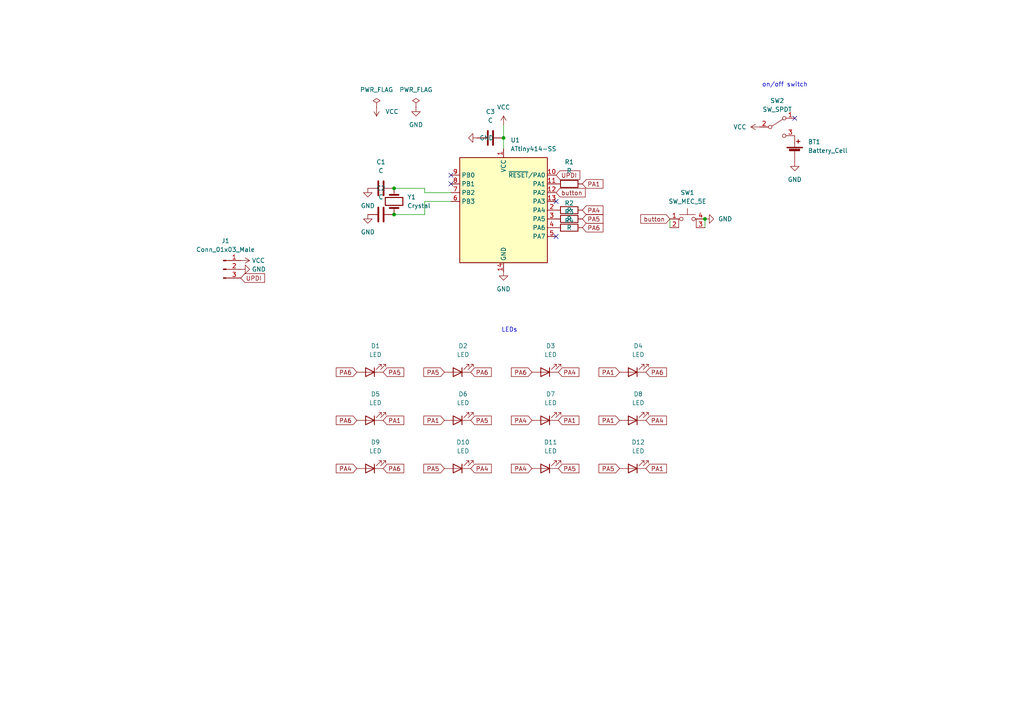
<source format=kicad_sch>
(kicad_sch (version 20211123) (generator eeschema)
  (paper "A4")
  (lib_symbols
    (symbol "Connector:Conn_01x03_Male" (pin_names (offset 1.016) hide)
      (property "Reference" "J" (at 0 5.08 0))
      (property "Value" "Conn_01x03_Male" (at 0 -5.08 0))
      (symbol "Conn_01x03_Male_1_1"
        (polyline (pts (xy 1.27 -2.54) (xy 0.8636 -2.54)) (stroke (width 0.1524)))
        (polyline (pts (xy 1.27 0) (xy 0.8636 0)) (stroke (width 0.1524)))
        (polyline (pts (xy 1.27 2.54) (xy 0.8636 2.54)) (stroke (width 0.1524)))
        (rectangle (start 0.8636 -2.413) (end 0 -2.667) (stroke (width 0.1524)) (fill (type outline)))
        (rectangle (start 0.8636 0.127) (end 0 -0.127) (stroke (width 0.1524)) (fill (type outline)))
        (rectangle (start 0.8636 2.667) (end 0 2.413) (stroke (width 0.1524)) (fill (type outline)))
        (pin passive line (at 5.08 2.54 180) (length 3.81) (name "Pin_1") (number "1"))
        (pin passive line (at 5.08 0 180) (length 3.81) (name "Pin_2") (number "2"))
        (pin passive line (at 5.08 -2.54 180) (length 3.81) (name "Pin_3") (number "3"))
      )
    )
    (symbol "Device:Battery_Cell" (pin_numbers hide) (pin_names (offset 0) hide)
      (property "Reference" "BT" (at 2.54 2.54 0))
      (property "Value" "Battery_Cell" (at 2.54 0 0))
      (symbol "Battery_Cell_0_1"
        (rectangle (start -2.286 1.778) (end 2.286 1.524) (fill (type outline)))
        (rectangle (start -1.5748 1.1938) (end 1.4732 0.6858) (fill (type outline)))
        (polyline (pts (xy 0 0.762) (xy 0 0)))
        (polyline (pts (xy 0 1.778) (xy 0 2.54)))
        (polyline (pts (xy 0.508 3.429) (xy 1.524 3.429)) (stroke (width 0.254)))
        (polyline (pts (xy 1.016 3.937) (xy 1.016 2.921)) (stroke (width 0.254)))
      )
      (symbol "Battery_Cell_1_1"
        (pin passive line (at 0 5.08 270) (length 2.54) (name "+") (number "1"))
        (pin passive line (at 0 -2.54 90) (length 2.54) (name "-") (number "2"))
      )
    )
    (symbol "Device:C" (pin_numbers hide) (pin_names (offset 0.254))
      (property "Reference" "C" (at 0.635 2.54 0))
      (property "Value" "C" (at 0.635 -2.54 0))
      (symbol "C_0_1"
        (polyline (pts (xy -2.032 -0.762) (xy 2.032 -0.762)) (stroke (width 0.508)))
        (polyline (pts (xy -2.032 0.762) (xy 2.032 0.762)) (stroke (width 0.508)))
      )
      (symbol "C_1_1"
        (pin passive line (at 0 3.81 270) (length 2.794) (name "~") (number "1"))
        (pin passive line (at 0 -3.81 90) (length 2.794) (name "~") (number "2"))
      )
    )
    (symbol "Device:Crystal" (pin_numbers hide) (pin_names (offset 1.016) hide)
      (property "Reference" "Y" (at 0 3.81 0))
      (property "Value" "Crystal" (at 0 -3.81 0))
      (symbol "Crystal_0_1"
        (rectangle (start -1.143 2.54) (end 1.143 -2.54) (stroke (width 0.3048)))
        (polyline (pts (xy -2.54 0) (xy -1.905 0)))
        (polyline (pts (xy -1.905 -1.27) (xy -1.905 1.27)) (stroke (width 0.508)))
        (polyline (pts (xy 1.905 -1.27) (xy 1.905 1.27)) (stroke (width 0.508)))
        (polyline (pts (xy 2.54 0) (xy 1.905 0)))
      )
      (symbol "Crystal_1_1"
        (pin passive line (at -3.81 0 0) (length 1.27) (name "1") (number "1"))
        (pin passive line (at 3.81 0 180) (length 1.27) (name "2") (number "2"))
      )
    )
    (symbol "Device:LED" (pin_numbers hide) (pin_names (offset 1.016) hide)
      (property "Reference" "D" (at 0 2.54 0))
      (property "Value" "LED" (at 0 -2.54 0))
      (symbol "LED_0_1"
        (polyline (pts (xy -1.27 -1.27) (xy -1.27 1.27)) (stroke (width 0.254)))
        (polyline (pts (xy -1.27 0) (xy 1.27 0)))
        (polyline (pts (xy 1.27 -1.27) (xy 1.27 1.27) (xy -1.27 0) (xy 1.27 -1.27)) (stroke (width 0.254)))
        (polyline (pts (xy -3.048 -0.762) (xy -4.572 -2.286) (xy -3.81 -2.286) (xy -4.572 -2.286) (xy -4.572 -1.524)))
        (polyline (pts (xy -1.778 -0.762) (xy -3.302 -2.286) (xy -2.54 -2.286) (xy -3.302 -2.286) (xy -3.302 -1.524)))
      )
      (symbol "LED_1_1"
        (pin passive line (at -3.81 0 0) (length 2.54) (name "K") (number "1"))
        (pin passive line (at 3.81 0 180) (length 2.54) (name "A") (number "2"))
      )
    )
    (symbol "Device:R" (pin_numbers hide) (pin_names (offset 0))
      (property "Reference" "R" (at 2.032 0 90))
      (property "Value" "R" (at 0 0 90))
      (symbol "R_0_1"
        (rectangle (start -1.016 -2.54) (end 1.016 2.54) (stroke (width 0.254)))
      )
      (symbol "R_1_1"
        (pin passive line (at 0 3.81 270) (length 1.27) (name "~") (number "1"))
        (pin passive line (at 0 -3.81 90) (length 1.27) (name "~") (number "2"))
      )
    )
    (symbol "MCU_Microchip_ATtiny:ATtiny414-SS"
      (property "Reference" "U" (at -12.7 16.51 0))
      (property "Value" "ATtiny414-SS" (at 2.54 -16.51 0))
      (symbol "ATtiny414-SS_0_1"
        (rectangle (start -12.7 -15.24) (end 12.7 15.24) (stroke (width 0.254)) (fill (type background)))
      )
      (symbol "ATtiny414-SS_1_1"
        (pin power_in line (at 0 17.78 270) (length 2.54) (name "VCC") (number "1"))
        (pin bidirectional line (at 15.24 10.16 180) (length 2.54) (name "~{RESET}/PA0") (number "10"))
        (pin bidirectional line (at 15.24 7.62 180) (length 2.54) (name "PA1") (number "11"))
        (pin bidirectional line (at 15.24 5.08 180) (length 2.54) (name "PA2") (number "12"))
        (pin bidirectional line (at 15.24 2.54 180) (length 2.54) (name "PA3") (number "13"))
        (pin power_in line (at 0 -17.78 90) (length 2.54) (name "GND") (number "14"))
        (pin bidirectional line (at 15.24 0 180) (length 2.54) (name "PA4") (number "2"))
        (pin bidirectional line (at 15.24 -2.54 180) (length 2.54) (name "PA5") (number "3"))
        (pin bidirectional line (at 15.24 -5.08 180) (length 2.54) (name "PA6") (number "4"))
        (pin bidirectional line (at 15.24 -7.62 180) (length 2.54) (name "PA7") (number "5"))
        (pin bidirectional line (at -15.24 2.54 0) (length 2.54) (name "PB3") (number "6"))
        (pin bidirectional line (at -15.24 5.08 0) (length 2.54) (name "PB2") (number "7"))
        (pin bidirectional line (at -15.24 7.62 0) (length 2.54) (name "PB1") (number "8"))
        (pin bidirectional line (at -15.24 10.16 0) (length 2.54) (name "PB0") (number "9"))
      )
    )
    (symbol "Switch:SW_MEC_5E" (pin_names (offset 1.016) hide)
      (property "Reference" "SW" (at 0.635 5.715 0))
      (property "Value" "SW_MEC_5E" (at 0 -3.175 0))
      (symbol "SW_MEC_5E_0_1"
        (circle (center -1.778 2.54) (radius 0.508))
        (polyline (pts (xy -2.286 3.81) (xy 2.286 3.81)))
        (polyline (pts (xy 0 3.81) (xy 0 5.588)))
        (polyline (pts (xy -2.54 0) (xy -2.54 2.54) (xy -2.286 2.54)))
        (polyline (pts (xy 2.54 0) (xy 2.54 2.54) (xy 2.286 2.54)))
        (circle (center 1.778 2.54) (radius 0.508))
        (pin passive line (at -5.08 2.54 0) (length 2.54) (name "1") (number "1"))
        (pin passive line (at -5.08 0 0) (length 2.54) (name "2") (number "2"))
        (pin passive line (at 5.08 0 180) (length 2.54) (name "K") (number "3"))
        (pin passive line (at 5.08 2.54 180) (length 2.54) (name "A") (number "4"))
      )
    )
    (symbol "Switch:SW_SPDT" (pin_names (offset 0) hide)
      (property "Reference" "SW" (at 0 4.318 0))
      (property "Value" "SW_SPDT" (at 0 -5.08 0))
      (symbol "SW_SPDT_0_0"
        (circle (center -2.032 0) (radius 0.508))
        (circle (center 2.032 -2.54) (radius 0.508))
      )
      (symbol "SW_SPDT_0_1"
        (polyline (pts (xy -1.524 0.254) (xy 1.651 2.286)))
        (circle (center 2.032 2.54) (radius 0.508))
      )
      (symbol "SW_SPDT_1_1"
        (pin passive line (at 5.08 2.54 180) (length 2.54) (name "A") (number "1"))
        (pin passive line (at -5.08 0 0) (length 2.54) (name "B") (number "2"))
        (pin passive line (at 5.08 -2.54 180) (length 2.54) (name "C") (number "3"))
      )
    )
    (symbol "power:GND" (power) (pin_names (offset 0))
      (property "Value" "GND" (at 0 -3.81 0))
      (symbol "GND_0_1"
        (polyline (pts (xy 0 0) (xy 0 -1.27) (xy 1.27 -1.27) (xy 0 -2.54) (xy -1.27 -1.27) (xy 0 -1.27)))
      )
      (symbol "GND_1_1"
        (pin power_in line (at 0 0 270) (length 0) hide (name "GND") (number "1"))
      )
    )
    (symbol "power:PWR_FLAG" (power) (pin_numbers hide) (pin_names (offset 0) hide)
      (property "Value" "PWR_FLAG" (at 0 3.81 0))
      (symbol "PWR_FLAG_0_0"
        (pin power_out line (at 0 0 90) (length 0) (name "pwr") (number "1"))
      )
      (symbol "PWR_FLAG_0_1"
        (polyline (pts (xy 0 0) (xy 0 1.27) (xy -1.016 1.905) (xy 0 2.54) (xy 1.016 1.905) (xy 0 1.27)))
      )
    )
    (symbol "power:VCC" (power) (pin_names (offset 0))
      (property "Value" "VCC" (at 0 3.81 0))
      (symbol "VCC_0_1"
        (polyline (pts (xy -0.762 1.27) (xy 0 2.54)))
        (polyline (pts (xy 0 0) (xy 0 2.54)))
        (polyline (pts (xy 0 2.54) (xy 0.762 1.27)))
      )
      (symbol "VCC_1_1"
        (pin power_in line (at 0 0 90) (length 0) hide (name "VCC") (number "1"))
      )
    )
  )
  (junction (at 114.3 54.61))
  (junction (at 146.05 40.005))
  (junction (at 204.47 63.5))
  (junction (at 114.3 62.23))
  (no_connect (at 161.29 68.58))
  (no_connect (at 130.81 50.8))
  (no_connect (at 130.81 53.34))
  (no_connect (at 230.505 34.29))
  (no_connect (at 161.29 58.42))
  (wire (pts (xy 204.47 63.5) (xy 204.47 66.04)))
  (wire (pts (xy 114.3 62.23) (xy 123.19 62.23)))
  (wire (pts (xy 114.3 54.61) (xy 123.19 54.61)))
  (wire (pts (xy 194.31 63.5) (xy 194.31 66.04)))
  (wire (pts (xy 123.19 58.42) (xy 123.19 62.23)))
  (wire (pts (xy 146.05 36.195) (xy 146.05 40.005)))
  (wire (pts (xy 130.81 58.42) (xy 123.19 58.42)))
  (wire (pts (xy 123.19 55.88) (xy 123.19 54.61)))
  (wire (pts (xy 146.05 40.005) (xy 146.05 43.18)))
  (wire (pts (xy 130.81 55.88) (xy 123.19 55.88)))
  (text "on/off switch" (at 220.98 25.4 0) (effects (font (size 1.27 1.27)) (justify left bottom)))
  (text "LEDs" (at 145.415 96.52 0) (effects (font (size 1.27 1.27)) (justify left bottom)))
  (global_label "button" (shape input) (at 194.31 63.5 180) (property "插入图纸页参考" "${INTERSHEET_REFS}" (effects hide)))
  (global_label "PA4" (shape input) (at 154.305 135.89 180) (property "插入图纸页参考" "${INTERSHEET_REFS}" (effects hide)))
  (global_label "PA5" (shape input) (at 111.125 107.95 0) (property "插入图纸页参考" "${INTERSHEET_REFS}" (effects hide)))
  (global_label "PA1" (shape input) (at 179.705 107.95 180) (property "插入图纸页参考" "${INTERSHEET_REFS}" (effects hide)))
  (global_label "PA6" (shape input) (at 103.505 107.95 180) (property "插入图纸页参考" "${INTERSHEET_REFS}" (effects hide)))
  (global_label "PA4" (shape input) (at 136.525 135.89 0) (property "插入图纸页参考" "${INTERSHEET_REFS}" (effects hide)))
  (global_label "PA1" (shape input) (at 161.925 121.92 0) (property "插入图纸页参考" "${INTERSHEET_REFS}" (effects hide)))
  (global_label "PA4" (shape input) (at 161.925 107.95 0) (property "插入图纸页参考" "${INTERSHEET_REFS}" (effects hide)))
  (global_label "PA4" (shape input) (at 154.305 121.92 180) (property "插入图纸页参考" "${INTERSHEET_REFS}" (effects hide)))
  (global_label "PA5" (shape input) (at 161.925 135.89 0) (property "插入图纸页参考" "${INTERSHEET_REFS}" (effects hide)))
  (global_label "PA4" (shape input) (at 168.91 60.96 0) (property "插入图纸页参考" "${INTERSHEET_REFS}" (effects hide)))
  (global_label "PA5" (shape input) (at 128.905 107.95 180) (property "插入图纸页参考" "${INTERSHEET_REFS}" (effects hide)))
  (global_label "PA6" (shape input) (at 136.525 107.95 0) (property "插入图纸页参考" "${INTERSHEET_REFS}" (effects hide)))
  (global_label "UPDI" (shape input) (at 161.29 50.8 0) (property "插入图纸页参考" "${INTERSHEET_REFS}" (effects hide)))
  (global_label "button" (shape input) (at 161.29 55.88 0) (property "插入图纸页参考" "${INTERSHEET_REFS}" (effects hide)))
  (global_label "PA6" (shape input) (at 168.91 66.04 0) (property "插入图纸页参考" "${INTERSHEET_REFS}" (effects hide)))
  (global_label "PA1" (shape input) (at 179.705 121.92 180) (property "插入图纸页参考" "${INTERSHEET_REFS}" (effects hide)))
  (global_label "PA1" (shape input) (at 187.325 135.89 0) (property "插入图纸页参考" "${INTERSHEET_REFS}" (effects hide)))
  (global_label "PA4" (shape input) (at 187.325 121.92 0) (property "插入图纸页参考" "${INTERSHEET_REFS}" (effects hide)))
  (global_label "PA6" (shape input) (at 187.325 107.95 0) (property "插入图纸页参考" "${INTERSHEET_REFS}" (effects hide)))
  (global_label "PA6" (shape input) (at 103.505 121.92 180) (property "插入图纸页参考" "${INTERSHEET_REFS}" (effects hide)))
  (global_label "PA6" (shape input) (at 111.125 135.89 0) (property "插入图纸页参考" "${INTERSHEET_REFS}" (effects hide)))
  (global_label "PA5" (shape input) (at 136.525 121.92 0) (property "插入图纸页参考" "${INTERSHEET_REFS}" (effects hide)))
  (global_label "PA4" (shape input) (at 103.505 135.89 180) (property "插入图纸页参考" "${INTERSHEET_REFS}" (effects hide)))
  (global_label "PA6" (shape input) (at 154.305 107.95 180) (property "插入图纸页参考" "${INTERSHEET_REFS}" (effects hide)))
  (global_label "PA5" (shape input) (at 168.91 63.5 0) (property "插入图纸页参考" "${INTERSHEET_REFS}" (effects hide)))
  (global_label "PA5" (shape input) (at 179.705 135.89 180) (property "插入图纸页参考" "${INTERSHEET_REFS}" (effects hide)))
  (global_label "PA1" (shape input) (at 168.91 53.34 0) (property "插入图纸页参考" "${INTERSHEET_REFS}" (effects hide)))
  (global_label "PA1" (shape input) (at 111.125 121.92 0) (property "插入图纸页参考" "${INTERSHEET_REFS}" (effects hide)))
  (global_label "PA5" (shape input) (at 128.905 135.89 180) (property "插入图纸页参考" "${INTERSHEET_REFS}" (effects hide)))
  (global_label "PA1" (shape input) (at 128.905 121.92 180) (property "插入图纸页参考" "${INTERSHEET_REFS}" (effects hide)))
  (global_label "UPDI" (shape input) (at 69.85 80.645 0) (property "插入图纸页参考" "${INTERSHEET_REFS}" (effects hide)))
  (symbol (lib_id "Device:LED") (at 107.315 135.89 180) (unit 1)
    (property "Reference" "D9" (at 108.9025 128.27 0))
    (property "Value" "LED" (at 108.9025 130.81 0))
    (property "Footprint" "LED_SMD:LED_0805_2012Metric_Pad1.15x1.40mm_HandSolder" (effects hide))
  )
  (symbol (lib_id "Device:R") (at 165.1 66.04 90) (unit 1)
    (property "Reference" "R4" (at 165.1 64.008 90))
    (property "Value" "R" (at 165.1 66.04 90))
    (property "Footprint" "Resistor_SMD:R_0805_2012Metric_Pad1.20x1.40mm_HandSolder" (effects hide))
  )
  (symbol (lib_id "Device:C") (at 110.49 62.23 90) (unit 1)
    (property "Reference" "C2" (at 110.49 54.61 90))
    (property "Value" "C" (at 110.49 57.15 90))
    (property "Footprint" "Capacitor_SMD:C_0805_2012Metric_Pad1.18x1.45mm_HandSolder" (effects hide))
  )
  (symbol (lib_id "Connector:Conn_01x03_Male") (at 64.77 78.105 0) (unit 1)
    (property "Reference" "J1" (at 65.405 69.85 0))
    (property "Value" "Conn_01x03_Male" (at 65.405 72.39 0))
  )
  (symbol (lib_id "Device:LED") (at 132.715 121.92 180) (unit 1)
    (property "Reference" "D6" (at 134.3025 114.3 0))
    (property "Value" "LED" (at 134.3025 116.84 0))
    (property "Footprint" "LED_SMD:LED_0805_2012Metric_Pad1.15x1.40mm_HandSolder" (effects hide))
  )
  (symbol (lib_id "Device:LED") (at 158.115 107.95 180) (unit 1)
    (property "Reference" "D3" (at 159.7025 100.33 0))
    (property "Value" "LED" (at 159.7025 102.87 0))
    (property "Footprint" "LED_SMD:LED_0805_2012Metric_Pad1.15x1.40mm_HandSolder" (effects hide))
  )
  (symbol (lib_id "power:VCC") (at 69.85 75.565 270) (unit 1)
    (property "Reference" "#PWR01" (effects hide))
    (property "Value" "VCC" (at 73.025 75.5649 90) (effects (justify left)))
  )
  (symbol (lib_id "Switch:SW_SPDT") (at 225.425 36.83 0) (unit 1)
    (property "Reference" "SW2" (at 225.425 29.21 0))
    (property "Value" "SW_SPDT" (at 225.425 31.75 0))
  )
  (symbol (lib_id "power:PWR_FLAG") (at 120.65 31.115 0) (unit 1)
    (property "Reference" "#FLG02" (effects hide))
    (property "Value" "PWR_FLAG" (at 120.65 26.035 0))
  )
  (symbol (lib_id "Switch:SW_MEC_5E") (at 199.39 66.04 0) (unit 1)
    (property "Reference" "SW1" (at 199.39 55.88 0))
    (property "Value" "SW_MEC_5E" (at 199.39 58.42 0))
    (property "Datasheet" "http://www.apem.com/int/index.php?controller=attachment&id_attachment=1371" (effects hide))
  )
  (symbol (lib_id "power:GND") (at 204.47 63.5 90) (unit 1)
    (property "Reference" "#PWR010" (effects hide))
    (property "Value" "GND" (at 208.28 63.4999 90) (effects (justify right)))
  )
  (symbol (lib_id "Device:LED") (at 107.315 107.95 180) (unit 1)
    (property "Reference" "D1" (at 108.9025 100.33 0))
    (property "Value" "LED" (at 108.9025 102.87 0))
    (property "Footprint" "LED_SMD:LED_0805_2012Metric_Pad1.15x1.40mm_HandSolder" (effects hide))
  )
  (symbol (lib_id "power:GND") (at 120.65 31.115 0) (unit 1)
    (property "Reference" "#PWR06" (effects hide))
    (property "Value" "GND" (at 120.65 36.195 0))
  )
  (symbol (lib_id "Device:LED") (at 158.115 135.89 180) (unit 1)
    (property "Reference" "D11" (at 159.7025 128.27 0))
    (property "Value" "LED" (at 159.7025 130.81 0))
    (property "Footprint" "LED_SMD:LED_0805_2012Metric_Pad1.15x1.40mm_HandSolder" (effects hide))
  )
  (symbol (lib_id "Device:LED") (at 183.515 135.89 180) (unit 1)
    (property "Reference" "D12" (at 185.1025 128.27 0))
    (property "Value" "LED" (at 185.1025 130.81 0))
    (property "Footprint" "LED_SMD:LED_0805_2012Metric_Pad1.15x1.40mm_HandSolder" (effects hide))
  )
  (symbol (lib_id "Device:R") (at 165.1 60.96 90) (unit 1)
    (property "Reference" "R2" (at 165.1 58.928 90))
    (property "Value" "R" (at 165.1 60.96 90))
    (property "Footprint" "Resistor_SMD:R_0805_2012Metric_Pad1.20x1.40mm_HandSolder" (effects hide))
  )
  (symbol (lib_id "power:GND") (at 146.05 78.74 0) (unit 1)
    (property "Reference" "#PWR09" (effects hide))
    (property "Value" "GND" (at 146.05 83.82 0))
  )
  (symbol (lib_id "power:GND") (at 230.505 46.99 0) (unit 1)
    (property "Reference" "#PWR012" (effects hide))
    (property "Value" "GND" (at 230.505 52.07 0))
  )
  (symbol (lib_id "MCU_Microchip_ATtiny:ATtiny414-SS") (at 146.05 60.96 0) (unit 1)
    (property "Reference" "U1" (at 148.0694 40.64 0) (effects (justify left)))
    (property "Value" "ATtiny414-SS" (at 148.0694 43.18 0) (effects (justify left)))
    (property "Footprint" "Package_SO:SOIC-14_3.9x8.7mm_P1.27mm" (effects hide))
    (property "Datasheet" "http://ww1.microchip.com/downloads/en/DeviceDoc/40001912A.pdf" (effects hide))
  )
  (symbol (lib_id "power:VCC") (at 220.345 36.83 90) (unit 1)
    (property "Reference" "#PWR011" (effects hide))
    (property "Value" "VCC" (at 216.535 36.8299 90) (effects (justify left)))
  )
  (symbol (lib_id "power:GND") (at 69.85 78.105 90) (unit 1)
    (property "Reference" "#PWR02" (effects hide))
    (property "Value" "GND" (at 73.025 78.1049 90) (effects (justify right)))
  )
  (symbol (lib_id "Device:R") (at 165.1 63.5 90) (unit 1)
    (property "Reference" "R3" (at 165.1 61.468 90))
    (property "Value" "R" (at 165.1 63.5 90))
    (property "Footprint" "Resistor_SMD:R_0805_2012Metric_Pad1.20x1.40mm_HandSolder" (effects hide))
  )
  (symbol (lib_id "power:GND") (at 106.68 62.23 0) (unit 1)
    (property "Reference" "#PWR04" (effects hide))
    (property "Value" "GND" (at 106.68 67.31 0))
  )
  (symbol (lib_id "power:GND") (at 138.43 40.005 270) (unit 1)
    (property "Reference" "#PWR07" (effects hide))
    (property "Value" "GND" (at 139.065 40.0049 90) (effects (justify left)))
  )
  (symbol (lib_id "Device:Crystal") (at 114.3 58.42 90) (unit 1)
    (property "Reference" "Y1" (at 118.11 57.1499 90) (effects (justify right)))
    (property "Value" "Crystal" (at 118.11 59.6899 90) (effects (justify right)))
  )
  (symbol (lib_id "power:GND") (at 106.68 54.61 0) (unit 1)
    (property "Reference" "#PWR03" (effects hide))
    (property "Value" "GND" (at 106.68 59.69 0))
  )
  (symbol (lib_id "Device:LED") (at 183.515 121.92 180) (unit 1)
    (property "Reference" "D8" (at 185.1025 114.3 0))
    (property "Value" "LED" (at 185.1025 116.84 0))
    (property "Footprint" "LED_SMD:LED_0805_2012Metric_Pad1.15x1.40mm_HandSolder" (effects hide))
  )
  (symbol (lib_id "Device:Battery_Cell") (at 230.505 44.45 0) (unit 1)
    (property "Reference" "BT1" (at 234.315 41.1479 0) (effects (justify left)))
    (property "Value" "Battery_Cell" (at 234.315 43.6879 0) (effects (justify left)))
  )
  (symbol (lib_id "Device:LED") (at 132.715 107.95 180) (unit 1)
    (property "Reference" "D2" (at 134.3025 100.33 0))
    (property "Value" "LED" (at 134.3025 102.87 0))
    (property "Footprint" "LED_SMD:LED_0805_2012Metric_Pad1.15x1.40mm_HandSolder" (effects hide))
  )
  (symbol (lib_id "power:VCC") (at 109.22 31.115 180) (unit 1)
    (property "Reference" "#PWR05" (effects hide))
    (property "Value" "VCC" (at 111.76 32.3849 0) (effects (justify right)))
  )
  (symbol (lib_id "Device:LED") (at 183.515 107.95 180) (unit 1)
    (property "Reference" "D4" (at 185.1025 100.33 0))
    (property "Value" "LED" (at 185.1025 102.87 0))
    (property "Footprint" "LED_SMD:LED_0805_2012Metric_Pad1.15x1.40mm_HandSolder" (effects hide))
  )
  (symbol (lib_id "Device:LED") (at 158.115 121.92 180) (unit 1)
    (property "Reference" "D7" (at 159.7025 114.3 0))
    (property "Value" "LED" (at 159.7025 116.84 0))
    (property "Footprint" "LED_SMD:LED_0805_2012Metric_Pad1.15x1.40mm_HandSolder" (effects hide))
  )
  (symbol (lib_id "power:VCC") (at 146.05 36.195 0) (unit 1)
    (property "Reference" "#PWR08" (effects hide))
    (property "Value" "VCC" (at 146.05 31.115 0))
  )
  (symbol (lib_id "power:PWR_FLAG") (at 109.22 31.115 0) (unit 1)
    (property "Reference" "#FLG01" (effects hide))
    (property "Value" "PWR_FLAG" (at 109.22 26.035 0))
  )
  (symbol (lib_id "Device:R") (at 165.1 53.34 90) (unit 1)
    (property "Reference" "R1" (at 165.1 46.99 90))
    (property "Value" "R" (at 165.1 49.53 90))
    (property "Footprint" "Resistor_SMD:R_0805_2012Metric_Pad1.20x1.40mm_HandSolder" (effects hide))
  )
  (symbol (lib_id "Device:LED") (at 107.315 121.92 180) (unit 1)
    (property "Reference" "D5" (at 108.9025 114.3 0))
    (property "Value" "LED" (at 108.9025 116.84 0))
    (property "Footprint" "LED_SMD:LED_0805_2012Metric_Pad1.15x1.40mm_HandSolder" (effects hide))
  )
  (symbol (lib_id "Device:LED") (at 132.715 135.89 180) (unit 1)
    (property "Reference" "D10" (at 134.3025 128.27 0))
    (property "Value" "LED" (at 134.3025 130.81 0))
    (property "Footprint" "LED_SMD:LED_0805_2012Metric_Pad1.15x1.40mm_HandSolder" (effects hide))
  )
  (symbol (lib_id "Device:C") (at 110.49 54.61 90) (unit 1)
    (property "Reference" "C1" (at 110.49 46.99 90))
    (property "Value" "C" (at 110.49 49.53 90))
    (property "Footprint" "Capacitor_SMD:C_0805_2012Metric_Pad1.18x1.45mm_HandSolder" (effects hide))
  )
  (symbol (lib_id "Device:C") (at 142.24 40.005 90) (unit 1)
    (property "Reference" "C3" (at 142.24 32.385 90))
    (property "Value" "C" (at 142.24 34.925 90))
    (property "Footprint" "Capacitor_SMD:C_0805_2012Metric_Pad1.18x1.45mm_HandSolder" (effects hide))
  )
)
</source>
